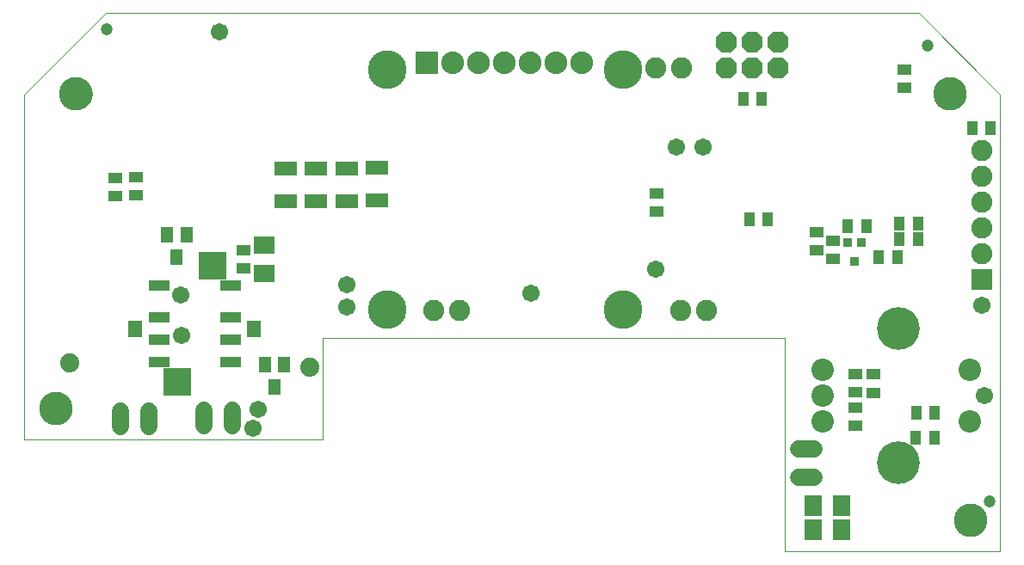
<source format=gbs>
G75*
G70*
%OFA0B0*%
%FSLAX24Y24*%
%IPPOS*%
%LPD*%
%AMOC8*
5,1,8,0,0,1.08239X$1,22.5*
%
%ADD10C,0.0000*%
%ADD11C,0.1300*%
%ADD12C,0.0867*%
%ADD13C,0.1655*%
%ADD14R,0.0395X0.0552*%
%ADD15R,0.0880X0.0880*%
%ADD16C,0.0880*%
%ADD17C,0.1497*%
%ADD18R,0.0552X0.0395*%
%ADD19R,0.0356X0.0356*%
%ADD20R,0.0710X0.0789*%
%ADD21R,0.0867X0.0552*%
%ADD22R,0.0474X0.0631*%
%ADD23C,0.0680*%
%ADD24C,0.0474*%
%ADD25C,0.0671*%
%ADD26C,0.0820*%
%ADD27R,0.0820X0.0820*%
%ADD28R,0.0789X0.0395*%
%ADD29R,0.1064X0.1064*%
%ADD30R,0.0789X0.0710*%
%ADD31R,0.0580X0.0330*%
%ADD32OC8,0.0820*%
%ADD33C,0.0740*%
D10*
X000180Y005173D02*
X011735Y005173D01*
X011735Y009110D01*
X029633Y009110D01*
X029633Y000843D01*
X037975Y000843D01*
X037975Y018559D01*
X034827Y021708D01*
X003329Y021708D01*
X000180Y018559D01*
X000180Y005173D01*
X000783Y006386D02*
X000785Y006435D01*
X000791Y006484D01*
X000801Y006532D01*
X000814Y006579D01*
X000832Y006625D01*
X000853Y006669D01*
X000877Y006712D01*
X000905Y006752D01*
X000936Y006791D01*
X000970Y006826D01*
X001007Y006859D01*
X001046Y006888D01*
X001088Y006914D01*
X001131Y006937D01*
X001177Y006956D01*
X001223Y006972D01*
X001271Y006984D01*
X001319Y006992D01*
X001368Y006996D01*
X001418Y006996D01*
X001467Y006992D01*
X001515Y006984D01*
X001563Y006972D01*
X001609Y006956D01*
X001655Y006937D01*
X001698Y006914D01*
X001740Y006888D01*
X001779Y006859D01*
X001816Y006826D01*
X001850Y006791D01*
X001881Y006752D01*
X001909Y006712D01*
X001933Y006669D01*
X001954Y006625D01*
X001972Y006579D01*
X001985Y006532D01*
X001995Y006484D01*
X002001Y006435D01*
X002003Y006386D01*
X002001Y006337D01*
X001995Y006288D01*
X001985Y006240D01*
X001972Y006193D01*
X001954Y006147D01*
X001933Y006103D01*
X001909Y006060D01*
X001881Y006020D01*
X001850Y005981D01*
X001816Y005946D01*
X001779Y005913D01*
X001740Y005884D01*
X001698Y005858D01*
X001655Y005835D01*
X001609Y005816D01*
X001563Y005800D01*
X001515Y005788D01*
X001467Y005780D01*
X001418Y005776D01*
X001368Y005776D01*
X001319Y005780D01*
X001271Y005788D01*
X001223Y005800D01*
X001177Y005816D01*
X001131Y005835D01*
X001088Y005858D01*
X001046Y005884D01*
X001007Y005913D01*
X000970Y005946D01*
X000936Y005981D01*
X000905Y006020D01*
X000877Y006060D01*
X000853Y006103D01*
X000832Y006147D01*
X000814Y006193D01*
X000801Y006240D01*
X000791Y006288D01*
X000785Y006337D01*
X000783Y006386D01*
X001570Y018591D02*
X001572Y018640D01*
X001578Y018689D01*
X001588Y018737D01*
X001601Y018784D01*
X001619Y018830D01*
X001640Y018874D01*
X001664Y018917D01*
X001692Y018957D01*
X001723Y018996D01*
X001757Y019031D01*
X001794Y019064D01*
X001833Y019093D01*
X001875Y019119D01*
X001918Y019142D01*
X001964Y019161D01*
X002010Y019177D01*
X002058Y019189D01*
X002106Y019197D01*
X002155Y019201D01*
X002205Y019201D01*
X002254Y019197D01*
X002302Y019189D01*
X002350Y019177D01*
X002396Y019161D01*
X002442Y019142D01*
X002485Y019119D01*
X002527Y019093D01*
X002566Y019064D01*
X002603Y019031D01*
X002637Y018996D01*
X002668Y018957D01*
X002696Y018917D01*
X002720Y018874D01*
X002741Y018830D01*
X002759Y018784D01*
X002772Y018737D01*
X002782Y018689D01*
X002788Y018640D01*
X002790Y018591D01*
X002788Y018542D01*
X002782Y018493D01*
X002772Y018445D01*
X002759Y018398D01*
X002741Y018352D01*
X002720Y018308D01*
X002696Y018265D01*
X002668Y018225D01*
X002637Y018186D01*
X002603Y018151D01*
X002566Y018118D01*
X002527Y018089D01*
X002485Y018063D01*
X002442Y018040D01*
X002396Y018021D01*
X002350Y018005D01*
X002302Y017993D01*
X002254Y017985D01*
X002205Y017981D01*
X002155Y017981D01*
X002106Y017985D01*
X002058Y017993D01*
X002010Y018005D01*
X001964Y018021D01*
X001918Y018040D01*
X001875Y018063D01*
X001833Y018089D01*
X001794Y018118D01*
X001757Y018151D01*
X001723Y018186D01*
X001692Y018225D01*
X001664Y018265D01*
X001640Y018308D01*
X001619Y018352D01*
X001601Y018398D01*
X001588Y018445D01*
X001578Y018493D01*
X001572Y018542D01*
X001570Y018591D01*
X035428Y018591D02*
X035430Y018640D01*
X035436Y018689D01*
X035446Y018737D01*
X035459Y018784D01*
X035477Y018830D01*
X035498Y018874D01*
X035522Y018917D01*
X035550Y018957D01*
X035581Y018996D01*
X035615Y019031D01*
X035652Y019064D01*
X035691Y019093D01*
X035733Y019119D01*
X035776Y019142D01*
X035822Y019161D01*
X035868Y019177D01*
X035916Y019189D01*
X035964Y019197D01*
X036013Y019201D01*
X036063Y019201D01*
X036112Y019197D01*
X036160Y019189D01*
X036208Y019177D01*
X036254Y019161D01*
X036300Y019142D01*
X036343Y019119D01*
X036385Y019093D01*
X036424Y019064D01*
X036461Y019031D01*
X036495Y018996D01*
X036526Y018957D01*
X036554Y018917D01*
X036578Y018874D01*
X036599Y018830D01*
X036617Y018784D01*
X036630Y018737D01*
X036640Y018689D01*
X036646Y018640D01*
X036648Y018591D01*
X036646Y018542D01*
X036640Y018493D01*
X036630Y018445D01*
X036617Y018398D01*
X036599Y018352D01*
X036578Y018308D01*
X036554Y018265D01*
X036526Y018225D01*
X036495Y018186D01*
X036461Y018151D01*
X036424Y018118D01*
X036385Y018089D01*
X036343Y018063D01*
X036300Y018040D01*
X036254Y018021D01*
X036208Y018005D01*
X036160Y017993D01*
X036112Y017985D01*
X036063Y017981D01*
X036013Y017981D01*
X035964Y017985D01*
X035916Y017993D01*
X035868Y018005D01*
X035822Y018021D01*
X035776Y018040D01*
X035733Y018063D01*
X035691Y018089D01*
X035652Y018118D01*
X035615Y018151D01*
X035581Y018186D01*
X035550Y018225D01*
X035522Y018265D01*
X035498Y018308D01*
X035477Y018352D01*
X035459Y018398D01*
X035446Y018445D01*
X035436Y018493D01*
X035430Y018542D01*
X035428Y018591D01*
X036216Y002055D02*
X036218Y002104D01*
X036224Y002153D01*
X036234Y002201D01*
X036247Y002248D01*
X036265Y002294D01*
X036286Y002338D01*
X036310Y002381D01*
X036338Y002421D01*
X036369Y002460D01*
X036403Y002495D01*
X036440Y002528D01*
X036479Y002557D01*
X036521Y002583D01*
X036564Y002606D01*
X036610Y002625D01*
X036656Y002641D01*
X036704Y002653D01*
X036752Y002661D01*
X036801Y002665D01*
X036851Y002665D01*
X036900Y002661D01*
X036948Y002653D01*
X036996Y002641D01*
X037042Y002625D01*
X037088Y002606D01*
X037131Y002583D01*
X037173Y002557D01*
X037212Y002528D01*
X037249Y002495D01*
X037283Y002460D01*
X037314Y002421D01*
X037342Y002381D01*
X037366Y002338D01*
X037387Y002294D01*
X037405Y002248D01*
X037418Y002201D01*
X037428Y002153D01*
X037434Y002104D01*
X037436Y002055D01*
X037434Y002006D01*
X037428Y001957D01*
X037418Y001909D01*
X037405Y001862D01*
X037387Y001816D01*
X037366Y001772D01*
X037342Y001729D01*
X037314Y001689D01*
X037283Y001650D01*
X037249Y001615D01*
X037212Y001582D01*
X037173Y001553D01*
X037131Y001527D01*
X037088Y001504D01*
X037042Y001485D01*
X036996Y001469D01*
X036948Y001457D01*
X036900Y001449D01*
X036851Y001445D01*
X036801Y001445D01*
X036752Y001449D01*
X036704Y001457D01*
X036656Y001469D01*
X036610Y001485D01*
X036564Y001504D01*
X036521Y001527D01*
X036479Y001553D01*
X036440Y001582D01*
X036403Y001615D01*
X036369Y001650D01*
X036338Y001689D01*
X036310Y001729D01*
X036286Y001772D01*
X036265Y001816D01*
X036247Y001862D01*
X036234Y001909D01*
X036224Y001957D01*
X036218Y002006D01*
X036216Y002055D01*
D11*
X036826Y002055D03*
X036038Y018591D03*
X002180Y018591D03*
X001393Y006386D03*
D12*
X031088Y006874D03*
X031088Y007874D03*
X031088Y005874D03*
X036788Y005874D03*
X036788Y007874D03*
D13*
X034038Y009474D03*
X034038Y004274D03*
D14*
X034716Y005268D03*
X035424Y005268D03*
X035434Y006223D03*
X034726Y006223D03*
X033989Y012243D03*
X033281Y012243D03*
X034081Y012943D03*
X034081Y013543D03*
X034789Y013543D03*
X034789Y012943D03*
X032789Y013443D03*
X032081Y013443D03*
X028984Y013723D03*
X028276Y013723D03*
X028026Y018373D03*
X028734Y018373D03*
X036886Y017253D03*
X037594Y017253D03*
D15*
X015783Y019796D03*
D16*
X016783Y019796D03*
X017783Y019796D03*
X018783Y019796D03*
X019783Y019796D03*
X020783Y019796D03*
X021783Y019796D03*
D17*
X023374Y019536D03*
X014240Y019536D03*
X014240Y010206D03*
X023374Y010206D03*
D18*
X024680Y014019D03*
X024680Y014728D03*
X030865Y013233D03*
X031495Y012883D03*
X030865Y012524D03*
X031495Y012174D03*
X032380Y007728D03*
X033080Y007708D03*
X032380Y007019D03*
X033080Y006999D03*
X032380Y006428D03*
X032380Y005719D03*
X034280Y018819D03*
X034280Y019528D03*
X008680Y012528D03*
X008680Y011819D03*
X004485Y014644D03*
X003710Y014609D03*
X003710Y015318D03*
X004485Y015353D03*
D19*
X032079Y012808D03*
X032591Y012808D03*
X032335Y012079D03*
D20*
X031831Y002623D03*
X030729Y002623D03*
X030744Y001703D03*
X031846Y001703D03*
D21*
X013850Y014449D03*
X012665Y014429D03*
X011465Y014429D03*
X010315Y014429D03*
X010315Y015688D03*
X011465Y015688D03*
X012665Y015688D03*
X013850Y015708D03*
D22*
X006454Y013107D03*
X005706Y013107D03*
X006080Y012240D03*
X009491Y008077D03*
X010239Y008077D03*
X009865Y007211D03*
D23*
X008240Y006308D02*
X008240Y005708D01*
X007140Y005708D02*
X007140Y006308D01*
X004995Y006293D02*
X004995Y005693D01*
X003895Y005693D02*
X003895Y006293D01*
X030180Y004823D02*
X030780Y004823D01*
X030780Y003723D02*
X030180Y003723D01*
D24*
X037580Y002773D03*
X035165Y020463D03*
X003380Y021073D03*
D25*
X007720Y020973D03*
X012680Y011173D03*
X012680Y010323D03*
X006230Y010773D03*
X006280Y009223D03*
X009220Y006338D03*
X009030Y005623D03*
X019800Y010863D03*
X024630Y011773D03*
X025430Y016523D03*
X026480Y016523D03*
X037280Y010373D03*
X037380Y006873D03*
D26*
X037280Y012373D03*
X037280Y013373D03*
X037280Y014373D03*
X037280Y015373D03*
X037280Y016373D03*
X026600Y010173D03*
X025600Y010173D03*
X017040Y010173D03*
X016040Y010173D03*
X024645Y019603D03*
X025645Y019603D03*
D27*
X037280Y011373D03*
D28*
X008158Y011170D03*
X008158Y009910D03*
X008158Y009044D03*
X008158Y008177D03*
X005402Y008177D03*
X005402Y009044D03*
X005402Y009910D03*
X005402Y011170D03*
D29*
X007469Y011937D03*
X006091Y007410D03*
D30*
X009480Y011622D03*
X009480Y012725D03*
D31*
X009080Y009631D03*
X009080Y009311D03*
X004480Y009311D03*
X004480Y009631D03*
D32*
X027380Y019573D03*
X028380Y019573D03*
X029380Y019573D03*
X029380Y020573D03*
X028380Y020573D03*
X027380Y020573D03*
D33*
X011230Y007973D03*
X001930Y008143D03*
M02*

</source>
